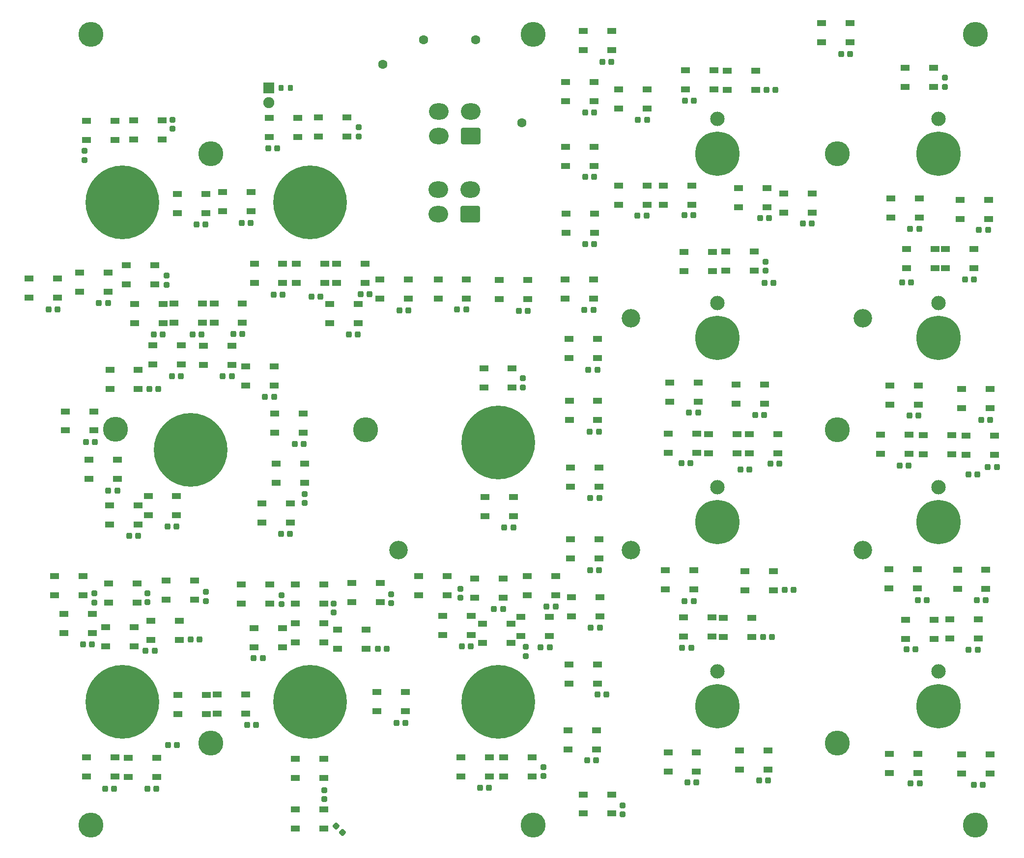
<source format=gbr>
%TF.GenerationSoftware,KiCad,Pcbnew,7.0.2*%
%TF.CreationDate,2023-05-01T02:39:06-08:00*%
%TF.ProjectId,COMM PANEL,434f4d4d-2050-4414-9e45-4c2e6b696361,4*%
%TF.SameCoordinates,Original*%
%TF.FileFunction,Soldermask,Top*%
%TF.FilePolarity,Negative*%
%FSLAX46Y46*%
G04 Gerber Fmt 4.6, Leading zero omitted, Abs format (unit mm)*
G04 Created by KiCad (PCBNEW 7.0.2) date 2023-05-01 02:39:06*
%MOMM*%
%LPD*%
G01*
G04 APERTURE LIST*
G04 Aperture macros list*
%AMRoundRect*
0 Rectangle with rounded corners*
0 $1 Rounding radius*
0 $2 $3 $4 $5 $6 $7 $8 $9 X,Y pos of 4 corners*
0 Add a 4 corners polygon primitive as box body*
4,1,4,$2,$3,$4,$5,$6,$7,$8,$9,$2,$3,0*
0 Add four circle primitives for the rounded corners*
1,1,$1+$1,$2,$3*
1,1,$1+$1,$4,$5*
1,1,$1+$1,$6,$7*
1,1,$1+$1,$8,$9*
0 Add four rect primitives between the rounded corners*
20,1,$1+$1,$2,$3,$4,$5,0*
20,1,$1+$1,$4,$5,$6,$7,0*
20,1,$1+$1,$6,$7,$8,$9,0*
20,1,$1+$1,$8,$9,$2,$3,0*%
G04 Aperture macros list end*
%ADD10RoundRect,0.050000X-0.750000X-0.450000X0.750000X-0.450000X0.750000X0.450000X-0.750000X0.450000X0*%
%ADD11RoundRect,0.275000X-0.225000X-0.250000X0.225000X-0.250000X0.225000X0.250000X-0.225000X0.250000X0*%
%ADD12RoundRect,0.275000X-0.250000X0.225000X-0.250000X-0.225000X0.250000X-0.225000X0.250000X0.225000X0*%
%ADD13RoundRect,0.275000X0.250000X-0.225000X0.250000X0.225000X-0.250000X0.225000X-0.250000X-0.225000X0*%
%ADD14RoundRect,0.275000X0.225000X0.250000X-0.225000X0.250000X-0.225000X-0.250000X0.225000X-0.250000X0*%
%ADD15RoundRect,0.275000X0.335876X0.017678X0.017678X0.335876X-0.335876X-0.017678X-0.017678X-0.335876X0*%
%ADD16RoundRect,0.250000X0.200000X0.275000X-0.200000X0.275000X-0.200000X-0.275000X0.200000X-0.275000X0*%
%ADD17C,12.700000*%
%ADD18C,7.640752*%
%ADD19C,2.481250*%
%ADD20C,1.600000*%
%ADD21RoundRect,0.300001X1.399999X-1.099999X1.399999X1.099999X-1.399999X1.099999X-1.399999X-1.099999X0*%
%ADD22O,3.400000X2.800000*%
%ADD23RoundRect,0.050000X-0.900000X0.900000X-0.900000X-0.900000X0.900000X-0.900000X0.900000X0.900000X0*%
%ADD24C,1.900000*%
%ADD25C,4.300000*%
%ADD26C,3.200000*%
G04 APERTURE END LIST*
D10*
%TO.C,D2*%
X76227600Y-35967600D03*
X76227600Y-39267600D03*
X81127600Y-39267600D03*
X81127600Y-35967600D03*
%TD*%
%TO.C,D3*%
X84328000Y-35916800D03*
X84328000Y-39216800D03*
X89228000Y-39216800D03*
X89228000Y-35916800D03*
%TD*%
%TO.C,D4*%
X107696000Y-35459200D03*
X107696000Y-38759200D03*
X112596000Y-38759200D03*
X112596000Y-35459200D03*
%TD*%
%TO.C,D5*%
X116207000Y-35408800D03*
X116207000Y-38708800D03*
X121107000Y-38708800D03*
X121107000Y-35408800D03*
%TD*%
%TO.C,D6*%
X91874000Y-48616400D03*
X91874000Y-51916400D03*
X96774000Y-51916400D03*
X96774000Y-48616400D03*
%TD*%
%TO.C,D7*%
X99646000Y-48260800D03*
X99646000Y-51560800D03*
X104546000Y-51560800D03*
X104546000Y-48260800D03*
%TD*%
%TO.C,D8*%
X66321600Y-63145200D03*
X66321600Y-66445200D03*
X71221600Y-66445200D03*
X71221600Y-63145200D03*
%TD*%
%TO.C,D9*%
X75031600Y-62129600D03*
X75031600Y-65429600D03*
X79931600Y-65429600D03*
X79931600Y-62129600D03*
%TD*%
%TO.C,D10*%
X83058000Y-60910000D03*
X83058000Y-64210000D03*
X87958000Y-64210000D03*
X87958000Y-60910000D03*
%TD*%
%TO.C,D11*%
X105144000Y-60580000D03*
X105144000Y-63880000D03*
X110044000Y-63880000D03*
X110044000Y-60580000D03*
%TD*%
%TO.C,D12*%
X112370000Y-60605200D03*
X112370000Y-63905200D03*
X117270000Y-63905200D03*
X117270000Y-60605200D03*
%TD*%
%TO.C,D13*%
X119350000Y-60620000D03*
X119350000Y-63920000D03*
X124250000Y-63920000D03*
X124250000Y-60620000D03*
%TD*%
%TO.C,D15*%
X126797000Y-63348400D03*
X126797000Y-66648400D03*
X131697000Y-66648400D03*
X131697000Y-63348400D03*
%TD*%
%TO.C,D16*%
X136804000Y-63297600D03*
X136804000Y-66597600D03*
X141704000Y-66597600D03*
X141704000Y-63297600D03*
%TD*%
%TO.C,D17*%
X147359000Y-63424800D03*
X147359000Y-66724800D03*
X152259000Y-66724800D03*
X152259000Y-63424800D03*
%TD*%
%TO.C,D18*%
X84558800Y-67564800D03*
X84558800Y-70864800D03*
X89458800Y-70864800D03*
X89458800Y-67564800D03*
%TD*%
%TO.C,D20*%
X98196000Y-67514000D03*
X98196000Y-70814000D03*
X103096000Y-70814000D03*
X103096000Y-67514000D03*
%TD*%
%TO.C,D21*%
X87630000Y-74676800D03*
X87630000Y-77976800D03*
X92530000Y-77976800D03*
X92530000Y-74676800D03*
%TD*%
%TO.C,D22*%
X96367600Y-74778800D03*
X96367600Y-78078800D03*
X101267600Y-78078800D03*
X101267600Y-74778800D03*
%TD*%
%TO.C,D23*%
X103683000Y-78283600D03*
X103683000Y-81583600D03*
X108583000Y-81583600D03*
X108583000Y-78283600D03*
%TD*%
%TO.C,D24*%
X108661000Y-86411600D03*
X108661000Y-89711600D03*
X113561000Y-89711600D03*
X113561000Y-86411600D03*
%TD*%
%TO.C,D25*%
X108915000Y-95098400D03*
X108915000Y-98398400D03*
X113815000Y-98398400D03*
X113815000Y-95098400D03*
%TD*%
%TO.C,D26*%
X106426000Y-101956000D03*
X106426000Y-105256000D03*
X111326000Y-105256000D03*
X111326000Y-101956000D03*
%TD*%
%TO.C,D27*%
X86856400Y-100661000D03*
X86856400Y-103961000D03*
X91756400Y-103961000D03*
X91756400Y-100661000D03*
%TD*%
%TO.C,D28*%
X80240800Y-102261000D03*
X80240800Y-105561000D03*
X85140800Y-105561000D03*
X85140800Y-102261000D03*
%TD*%
%TO.C,D29*%
X76634000Y-94438400D03*
X76634000Y-97738400D03*
X81534000Y-97738400D03*
X81534000Y-94438400D03*
%TD*%
%TO.C,D30*%
X72600000Y-86060000D03*
X72600000Y-89360000D03*
X77500000Y-89360000D03*
X77500000Y-86060000D03*
%TD*%
%TO.C,D31*%
X80252400Y-78918800D03*
X80252400Y-82218800D03*
X85152400Y-82218800D03*
X85152400Y-78918800D03*
%TD*%
%TO.C,D32*%
X144678000Y-78690000D03*
X144678000Y-81990000D03*
X149578000Y-81990000D03*
X149578000Y-78690000D03*
%TD*%
%TO.C,D33*%
X144870000Y-100814000D03*
X144870000Y-104114000D03*
X149770000Y-104114000D03*
X149770000Y-100814000D03*
%TD*%
%TO.C,D34*%
X70741200Y-114453000D03*
X70741200Y-117753000D03*
X75641200Y-117753000D03*
X75641200Y-114453000D03*
%TD*%
%TO.C,D35*%
X80060800Y-115774000D03*
X80060800Y-119074000D03*
X84960800Y-119074000D03*
X84960800Y-115774000D03*
%TD*%
%TO.C,D36*%
X89943600Y-115266000D03*
X89943600Y-118566000D03*
X94843600Y-118566000D03*
X94843600Y-115266000D03*
%TD*%
%TO.C,D38*%
X112217000Y-115926000D03*
X112217000Y-119226000D03*
X117117000Y-119226000D03*
X117117000Y-115926000D03*
%TD*%
%TO.C,D39*%
X121948000Y-115672000D03*
X121948000Y-118972000D03*
X126848000Y-118972000D03*
X126848000Y-115672000D03*
%TD*%
%TO.C,D40*%
X133491000Y-114479000D03*
X133491000Y-117779000D03*
X138391000Y-117779000D03*
X138391000Y-114479000D03*
%TD*%
%TO.C,D41*%
X143080000Y-114860000D03*
X143080000Y-118160000D03*
X147980000Y-118160000D03*
X147980000Y-114860000D03*
%TD*%
%TO.C,D42*%
X152174000Y-114504000D03*
X152174000Y-117804000D03*
X157074000Y-117804000D03*
X157074000Y-114504000D03*
%TD*%
%TO.C,D43*%
X72339200Y-120956000D03*
X72339200Y-124256000D03*
X77239200Y-124256000D03*
X77239200Y-120956000D03*
%TD*%
%TO.C,D44*%
X79502000Y-123242000D03*
X79502000Y-126542000D03*
X84402000Y-126542000D03*
X84402000Y-123242000D03*
%TD*%
%TO.C,D47*%
X112217000Y-122632000D03*
X112217000Y-125932000D03*
X117117000Y-125932000D03*
X117117000Y-122632000D03*
%TD*%
%TO.C,D48*%
X119482000Y-123699000D03*
X119482000Y-126999000D03*
X124382000Y-126999000D03*
X124382000Y-123699000D03*
%TD*%
%TO.C,D49*%
X137617000Y-121311000D03*
X137617000Y-124611000D03*
X142517000Y-124611000D03*
X142517000Y-121311000D03*
%TD*%
%TO.C,D50*%
X144475000Y-122683000D03*
X144475000Y-125983000D03*
X149375000Y-125983000D03*
X149375000Y-122683000D03*
%TD*%
%TO.C,D51*%
X151079000Y-121514000D03*
X151079000Y-124814000D03*
X155979000Y-124814000D03*
X155979000Y-121514000D03*
%TD*%
%TO.C,D52*%
X91998800Y-134926000D03*
X91998800Y-138226000D03*
X96898800Y-138226000D03*
X96898800Y-134926000D03*
%TD*%
%TO.C,D54*%
X126289000Y-134468000D03*
X126289000Y-137768000D03*
X131189000Y-137768000D03*
X131189000Y-134468000D03*
%TD*%
%TO.C,D55*%
X76200000Y-145746000D03*
X76200000Y-149046000D03*
X81100000Y-149046000D03*
X81100000Y-145746000D03*
%TD*%
%TO.C,D56*%
X83413600Y-145797000D03*
X83413600Y-149097000D03*
X88313600Y-149097000D03*
X88313600Y-145797000D03*
%TD*%
%TO.C,D57*%
X112206000Y-145975000D03*
X112206000Y-149275000D03*
X117106000Y-149275000D03*
X117106000Y-145975000D03*
%TD*%
%TO.C,D58*%
X112206000Y-154712000D03*
X112206000Y-158012000D03*
X117106000Y-158012000D03*
X117106000Y-154712000D03*
%TD*%
%TO.C,D59*%
X140716000Y-145695000D03*
X140716000Y-148995000D03*
X145616000Y-148995000D03*
X145616000Y-145695000D03*
%TD*%
%TO.C,D60*%
X148082000Y-145695000D03*
X148082000Y-148995000D03*
X152982000Y-148995000D03*
X152982000Y-145695000D03*
%TD*%
%TO.C,D61*%
X161826000Y-20524000D03*
X161826000Y-23824000D03*
X166726000Y-23824000D03*
X166726000Y-20524000D03*
%TD*%
%TO.C,D62*%
X158778000Y-29261600D03*
X158778000Y-32561600D03*
X163678000Y-32561600D03*
X163678000Y-29261600D03*
%TD*%
%TO.C,D63*%
X158801000Y-40437600D03*
X158801000Y-43737600D03*
X163701000Y-43737600D03*
X163701000Y-40437600D03*
%TD*%
%TO.C,D64*%
X158828000Y-51969200D03*
X158828000Y-55269200D03*
X163728000Y-55269200D03*
X163728000Y-51969200D03*
%TD*%
%TO.C,D65*%
X158727000Y-63348400D03*
X158727000Y-66648400D03*
X163627000Y-66648400D03*
X163627000Y-63348400D03*
%TD*%
%TO.C,D66*%
X159387000Y-73610000D03*
X159387000Y-76910000D03*
X164287000Y-76910000D03*
X164287000Y-73610000D03*
%TD*%
%TO.C,D67*%
X159410000Y-84278400D03*
X159410000Y-87578400D03*
X164310000Y-87578400D03*
X164310000Y-84278400D03*
%TD*%
%TO.C,D69*%
X159641000Y-108154000D03*
X159641000Y-111454000D03*
X164541000Y-111454000D03*
X164541000Y-108154000D03*
%TD*%
%TO.C,D70*%
X159794000Y-118111000D03*
X159794000Y-121411000D03*
X164694000Y-121411000D03*
X164694000Y-118111000D03*
%TD*%
%TO.C,D71*%
X159336000Y-129744000D03*
X159336000Y-133044000D03*
X164236000Y-133044000D03*
X164236000Y-129744000D03*
%TD*%
%TO.C,D72*%
X159184000Y-141022000D03*
X159184000Y-144322000D03*
X164084000Y-144322000D03*
X164084000Y-141022000D03*
%TD*%
%TO.C,D74*%
X176428000Y-144832000D03*
X176428000Y-148132000D03*
X181328000Y-148132000D03*
X181328000Y-144832000D03*
%TD*%
%TO.C,D75*%
X188750000Y-144527000D03*
X188750000Y-147827000D03*
X193650000Y-147827000D03*
X193650000Y-144527000D03*
%TD*%
%TO.C,D76*%
X214607000Y-145086000D03*
X214607000Y-148386000D03*
X219507000Y-148386000D03*
X219507000Y-145086000D03*
%TD*%
%TO.C,D77*%
X227053000Y-145187000D03*
X227053000Y-148487000D03*
X231953000Y-148487000D03*
X231953000Y-145187000D03*
%TD*%
%TO.C,D78*%
X179121000Y-121566000D03*
X179121000Y-124866000D03*
X184021000Y-124866000D03*
X184021000Y-121566000D03*
%TD*%
%TO.C,D79*%
X185979000Y-121667000D03*
X185979000Y-124967000D03*
X190879000Y-124967000D03*
X190879000Y-121667000D03*
%TD*%
%TO.C,D80*%
X217362000Y-121997000D03*
X217362000Y-125297000D03*
X222262000Y-125297000D03*
X222262000Y-121997000D03*
%TD*%
%TO.C,D81*%
X224982000Y-121946000D03*
X224982000Y-125246000D03*
X229882000Y-125246000D03*
X229882000Y-121946000D03*
%TD*%
%TO.C,D82*%
X175948000Y-113488000D03*
X175948000Y-116788000D03*
X180848000Y-116788000D03*
X180848000Y-113488000D03*
%TD*%
%TO.C,D83*%
X189664000Y-113590000D03*
X189664000Y-116890000D03*
X194564000Y-116890000D03*
X194564000Y-113590000D03*
%TD*%
%TO.C,D84*%
X214517000Y-113310000D03*
X214517000Y-116610000D03*
X219417000Y-116610000D03*
X219417000Y-113310000D03*
%TD*%
%TO.C,D85*%
X226302000Y-113361000D03*
X226302000Y-116661000D03*
X231202000Y-116661000D03*
X231202000Y-113361000D03*
%TD*%
%TO.C,D86*%
X176456000Y-89916800D03*
X176456000Y-93216800D03*
X181356000Y-93216800D03*
X181356000Y-89916800D03*
%TD*%
%TO.C,D87*%
X183416000Y-89968000D03*
X183416000Y-93268000D03*
X188316000Y-93268000D03*
X188316000Y-89968000D03*
%TD*%
%TO.C,D88*%
X190477000Y-89967600D03*
X190477000Y-93267600D03*
X195377000Y-93267600D03*
X195377000Y-89967600D03*
%TD*%
%TO.C,D89*%
X213032000Y-90120400D03*
X213032000Y-93420400D03*
X217932000Y-93420400D03*
X217932000Y-90120400D03*
%TD*%
%TO.C,D91*%
X227815000Y-90272400D03*
X227815000Y-93572400D03*
X232715000Y-93572400D03*
X232715000Y-90272400D03*
%TD*%
%TO.C,D92*%
X176761000Y-81078000D03*
X176761000Y-84378000D03*
X181661000Y-84378000D03*
X181661000Y-81078000D03*
%TD*%
%TO.C,D93*%
X188140000Y-81484400D03*
X188140000Y-84784400D03*
X193040000Y-84784400D03*
X193040000Y-81484400D03*
%TD*%
%TO.C,D94*%
X214681000Y-81636800D03*
X214681000Y-84936800D03*
X219581000Y-84936800D03*
X219581000Y-81636800D03*
%TD*%
%TO.C,D95*%
X227053000Y-82246400D03*
X227053000Y-85546400D03*
X231953000Y-85546400D03*
X231953000Y-82246400D03*
%TD*%
%TO.C,D96*%
X179199000Y-58573600D03*
X179199000Y-61873600D03*
X184099000Y-61873600D03*
X184099000Y-58573600D03*
%TD*%
%TO.C,D97*%
X186413000Y-58522800D03*
X186413000Y-61822800D03*
X191313000Y-61822800D03*
X191313000Y-58522800D03*
%TD*%
%TO.C,D99*%
X224208000Y-58065200D03*
X224208000Y-61365200D03*
X229108000Y-61365200D03*
X229108000Y-58065200D03*
%TD*%
%TO.C,D100*%
X167894000Y-47194000D03*
X167894000Y-50494000D03*
X172794000Y-50494000D03*
X172794000Y-47194000D03*
%TD*%
%TO.C,D101*%
X175610000Y-47180000D03*
X175610000Y-50480000D03*
X180510000Y-50480000D03*
X180510000Y-47180000D03*
%TD*%
%TO.C,D102*%
X188560000Y-47610000D03*
X188560000Y-50910000D03*
X193460000Y-50910000D03*
X193460000Y-47610000D03*
%TD*%
%TO.C,D103*%
X196340000Y-48500000D03*
X196340000Y-51800000D03*
X201240000Y-51800000D03*
X201240000Y-48500000D03*
%TD*%
%TO.C,D104*%
X214833000Y-49327600D03*
X214833000Y-52627600D03*
X219733000Y-52627600D03*
X219733000Y-49327600D03*
%TD*%
%TO.C,D105*%
X226748000Y-49582000D03*
X226748000Y-52882000D03*
X231648000Y-52882000D03*
X231648000Y-49582000D03*
%TD*%
%TO.C,D106*%
X167922000Y-30582400D03*
X167922000Y-33882400D03*
X172822000Y-33882400D03*
X172822000Y-30582400D03*
%TD*%
%TO.C,D107*%
X179402000Y-27230000D03*
X179402000Y-30530000D03*
X184302000Y-30530000D03*
X184302000Y-27230000D03*
%TD*%
%TO.C,D108*%
X186616000Y-27382400D03*
X186616000Y-30682400D03*
X191516000Y-30682400D03*
X191516000Y-27382400D03*
%TD*%
%TO.C,D109*%
X217248000Y-26874400D03*
X217248000Y-30174400D03*
X222148000Y-30174400D03*
X222148000Y-26874400D03*
%TD*%
%TO.C,D110*%
X202923000Y-19152400D03*
X202923000Y-22452400D03*
X207823000Y-22452400D03*
X207823000Y-19152400D03*
%TD*%
D11*
%TO.C,C4*%
X107562500Y-40700000D03*
X109112500Y-40700000D03*
%TD*%
D12*
%TO.C,C5*%
X123100000Y-37112500D03*
X123100000Y-38662500D03*
%TD*%
D11*
%TO.C,C6*%
X95162500Y-53875000D03*
X96712500Y-53875000D03*
%TD*%
%TO.C,C7*%
X102962500Y-53600000D03*
X104512500Y-53600000D03*
%TD*%
%TO.C,C8*%
X69662500Y-68500000D03*
X71212500Y-68500000D03*
%TD*%
%TO.C,C9*%
X78362500Y-67375000D03*
X79912500Y-67375000D03*
%TD*%
D12*
%TO.C,C10*%
X90050000Y-62687500D03*
X90050000Y-64237500D03*
%TD*%
D11*
%TO.C,C11*%
X108442500Y-65990000D03*
X109992500Y-65990000D03*
%TD*%
%TO.C,C12*%
X114975000Y-66250000D03*
X116525000Y-66250000D03*
%TD*%
%TO.C,C15*%
X130147500Y-68640000D03*
X131697500Y-68640000D03*
%TD*%
%TO.C,C16*%
X140097500Y-68520000D03*
X141647500Y-68520000D03*
%TD*%
%TO.C,C17*%
X150687500Y-68710000D03*
X152237500Y-68710000D03*
%TD*%
%TO.C,C18*%
X87787500Y-72775000D03*
X89337500Y-72775000D03*
%TD*%
%TO.C,C19*%
X94487500Y-72775000D03*
X96037500Y-72775000D03*
%TD*%
%TO.C,C20*%
X101537500Y-72750000D03*
X103087500Y-72750000D03*
%TD*%
%TO.C,C21*%
X90937500Y-80025000D03*
X92487500Y-80025000D03*
%TD*%
%TO.C,C22*%
X99712500Y-80025000D03*
X101262500Y-80025000D03*
%TD*%
%TO.C,C23*%
X106975000Y-83525000D03*
X108525000Y-83525000D03*
%TD*%
%TO.C,C24*%
X112087500Y-91670000D03*
X113637500Y-91670000D03*
%TD*%
D13*
%TO.C,C25*%
X113825000Y-101862500D03*
X113825000Y-100312500D03*
%TD*%
D11*
%TO.C,C26*%
X109762500Y-107200000D03*
X111312500Y-107200000D03*
%TD*%
%TO.C,C27*%
X90187500Y-105925000D03*
X91737500Y-105925000D03*
%TD*%
%TO.C,C28*%
X83562500Y-107500000D03*
X85112500Y-107500000D03*
%TD*%
%TO.C,C29*%
X79987500Y-99700000D03*
X81537500Y-99700000D03*
%TD*%
D14*
%TO.C,C31*%
X88587500Y-82200000D03*
X87037500Y-82200000D03*
%TD*%
D12*
%TO.C,C32*%
X151440000Y-80362500D03*
X151440000Y-81912500D03*
%TD*%
D11*
%TO.C,C33*%
X148217500Y-106100000D03*
X149767500Y-106100000D03*
%TD*%
D13*
%TO.C,C34*%
X77550000Y-119012500D03*
X77550000Y-117462500D03*
%TD*%
D12*
%TO.C,C35*%
X86750000Y-117437500D03*
X86750000Y-118987500D03*
%TD*%
%TO.C,C36*%
X96799400Y-117192800D03*
X96799400Y-118742800D03*
%TD*%
%TO.C,C37*%
X109800000Y-117762500D03*
X109800000Y-119312500D03*
%TD*%
D13*
%TO.C,C38*%
X118833900Y-120726600D03*
X118833900Y-119176600D03*
%TD*%
D12*
%TO.C,C39*%
X128701800Y-117599200D03*
X128701800Y-119149200D03*
%TD*%
%TO.C,C40*%
X140625000Y-116637500D03*
X140625000Y-118187500D03*
%TD*%
D11*
%TO.C,C41*%
X146437500Y-120150000D03*
X147987500Y-120150000D03*
%TD*%
%TO.C,C42*%
X155487500Y-119675000D03*
X157037500Y-119675000D03*
%TD*%
%TO.C,C43*%
X75612500Y-126200000D03*
X77162500Y-126200000D03*
%TD*%
D14*
%TO.C,C45*%
X95687500Y-125425000D03*
X94137500Y-125425000D03*
%TD*%
D11*
%TO.C,C46*%
X105036360Y-128640840D03*
X106586360Y-128640840D03*
%TD*%
D14*
%TO.C,C47*%
X127962500Y-126975000D03*
X126412500Y-126975000D03*
%TD*%
D11*
%TO.C,C48*%
X140897500Y-126600000D03*
X142447500Y-126600000D03*
%TD*%
D13*
%TO.C,C49*%
X151930000Y-128247500D03*
X151930000Y-126697500D03*
%TD*%
D11*
%TO.C,C51*%
X90255000Y-143550000D03*
X91805000Y-143550000D03*
%TD*%
D14*
%TO.C,C52*%
X105423000Y-140081000D03*
X103873000Y-140081000D03*
%TD*%
D11*
%TO.C,C53*%
X129637500Y-139775000D03*
X131187500Y-139775000D03*
%TD*%
%TO.C,C54*%
X79417500Y-151090000D03*
X80967500Y-151090000D03*
%TD*%
%TO.C,C55*%
X86705000Y-151090000D03*
X88255000Y-151090000D03*
%TD*%
D13*
%TO.C,C56*%
X117221000Y-152895500D03*
X117221000Y-151345500D03*
%TD*%
D15*
%TO.C,C57*%
X120352188Y-158657928D03*
X119256172Y-157561912D03*
%TD*%
D11*
%TO.C,C58*%
X144037500Y-150975000D03*
X145587500Y-150975000D03*
%TD*%
D12*
%TO.C,C59*%
X155000000Y-147362500D03*
X155000000Y-148912500D03*
%TD*%
D11*
%TO.C,C60*%
X165097500Y-25790000D03*
X166647500Y-25790000D03*
%TD*%
%TO.C,C61*%
X162117500Y-34540000D03*
X163667500Y-34540000D03*
%TD*%
%TO.C,C62*%
X162117500Y-45650000D03*
X163667500Y-45650000D03*
%TD*%
%TO.C,C63*%
X162167500Y-57250000D03*
X163717500Y-57250000D03*
%TD*%
%TO.C,C64*%
X162027500Y-68610000D03*
X163577500Y-68610000D03*
%TD*%
%TO.C,C65*%
X162707500Y-78880000D03*
X164257500Y-78880000D03*
%TD*%
%TO.C,C66*%
X162955000Y-89600000D03*
X164505000Y-89600000D03*
%TD*%
%TO.C,C67*%
X163027500Y-101000000D03*
X164577500Y-101000000D03*
%TD*%
%TO.C,C68*%
X163012500Y-113425000D03*
X164562500Y-113425000D03*
%TD*%
%TO.C,C69*%
X163125000Y-123375000D03*
X164675000Y-123375000D03*
%TD*%
D14*
%TO.C,C70*%
X165812500Y-134900000D03*
X164262500Y-134900000D03*
%TD*%
D11*
%TO.C,C73*%
X179737500Y-150025000D03*
X181287500Y-150025000D03*
%TD*%
%TO.C,C74*%
X192087500Y-149725000D03*
X193637500Y-149725000D03*
%TD*%
%TO.C,C76*%
X229112500Y-150460000D03*
X230662500Y-150460000D03*
%TD*%
%TO.C,C77*%
X178862500Y-126800000D03*
X180412500Y-126800000D03*
%TD*%
D14*
%TO.C,C78*%
X194337500Y-124975000D03*
X192787500Y-124975000D03*
%TD*%
D11*
%TO.C,C79*%
X217532960Y-127093980D03*
X219082960Y-127093980D03*
%TD*%
%TO.C,C80*%
X228232500Y-127160000D03*
X229782500Y-127160000D03*
%TD*%
%TO.C,C81*%
X179287500Y-118760000D03*
X180837500Y-118760000D03*
%TD*%
D14*
%TO.C,C82*%
X198062500Y-116875000D03*
X196512500Y-116875000D03*
%TD*%
%TO.C,C83*%
X220997500Y-118600000D03*
X219447500Y-118600000D03*
%TD*%
D11*
%TO.C,C50*%
X154487500Y-126750000D03*
X156037500Y-126750000D03*
%TD*%
%TO.C,C71*%
X162462500Y-146175000D03*
X164012500Y-146175000D03*
%TD*%
%TO.C,C75*%
X218225000Y-150164800D03*
X219775000Y-150164800D03*
%TD*%
D12*
%TO.C,C3*%
X91050000Y-35787500D03*
X91050000Y-37337500D03*
%TD*%
D10*
%TO.C,D19*%
X91326800Y-67488800D03*
X91326800Y-70788800D03*
X96226800Y-70788800D03*
X96226800Y-67488800D03*
%TD*%
%TO.C,D37*%
X102870000Y-115876000D03*
X102870000Y-119176000D03*
X107770000Y-119176000D03*
X107770000Y-115876000D03*
%TD*%
D14*
%TO.C,C44*%
X87962500Y-127375000D03*
X86412500Y-127375000D03*
%TD*%
D10*
%TO.C,D45*%
X87325200Y-122175000D03*
X87325200Y-125475000D03*
X92225200Y-125475000D03*
X92225200Y-122175000D03*
%TD*%
%TO.C,D46*%
X105125000Y-123450000D03*
X105125000Y-126750000D03*
X110025000Y-126750000D03*
X110025000Y-123450000D03*
%TD*%
%TO.C,D53*%
X98755000Y-134875000D03*
X98755000Y-138175000D03*
X103655000Y-138175000D03*
X103655000Y-134875000D03*
%TD*%
%TO.C,D68*%
X159614000Y-95758800D03*
X159614000Y-99058800D03*
X164514000Y-99058800D03*
X164514000Y-95758800D03*
%TD*%
%TO.C,D73*%
X161850000Y-152100000D03*
X161850000Y-155400000D03*
X166750000Y-155400000D03*
X166750000Y-152100000D03*
%TD*%
D14*
%TO.C,C107*%
X194962500Y-30660000D03*
X193412500Y-30660000D03*
%TD*%
D11*
%TO.C,C106*%
X179317500Y-32480000D03*
X180867500Y-32480000D03*
%TD*%
%TO.C,C101*%
X192274000Y-52754000D03*
X193824000Y-52754000D03*
%TD*%
D14*
%TO.C,C95*%
X194602500Y-63910000D03*
X193052500Y-63910000D03*
%TD*%
D11*
%TO.C,C86*%
X188905000Y-96100000D03*
X190455000Y-96100000D03*
%TD*%
%TO.C,C93*%
X218032500Y-86820000D03*
X219582500Y-86820000D03*
%TD*%
%TO.C,C89*%
X228205000Y-96900000D03*
X229755000Y-96900000D03*
%TD*%
%TO.C,C102*%
X199676500Y-53678400D03*
X201226500Y-53678400D03*
%TD*%
%TO.C,C98*%
X227587500Y-63300000D03*
X229137500Y-63300000D03*
%TD*%
%TO.C,C88*%
X216317500Y-95390000D03*
X217867500Y-95390000D03*
%TD*%
%TO.C,C91*%
X180057500Y-86290000D03*
X181607500Y-86290000D03*
%TD*%
D12*
%TO.C,C72*%
X168550000Y-154005000D03*
X168550000Y-155555000D03*
%TD*%
D11*
%TO.C,C97*%
X216725000Y-63800000D03*
X218275000Y-63800000D03*
%TD*%
%TO.C,C99*%
X171152500Y-52340000D03*
X172702500Y-52340000D03*
%TD*%
%TO.C,C94*%
X230367500Y-87510000D03*
X231917500Y-87510000D03*
%TD*%
%TO.C,C84*%
X229607500Y-118620000D03*
X231157500Y-118620000D03*
%TD*%
%TO.C,C85*%
X178725000Y-94950000D03*
X180275000Y-94950000D03*
%TD*%
%TO.C,C14*%
X121445000Y-72820000D03*
X122995000Y-72820000D03*
%TD*%
D12*
%TO.C,C96*%
X193260000Y-60242500D03*
X193260000Y-61792500D03*
%TD*%
D11*
%TO.C,C109*%
X206247500Y-24450000D03*
X207797500Y-24450000D03*
%TD*%
%TO.C,C100*%
X179249500Y-52238800D03*
X180799500Y-52238800D03*
%TD*%
%TO.C,C92*%
X191467500Y-86680000D03*
X193017500Y-86680000D03*
%TD*%
%TO.C,C103*%
X218157500Y-54580000D03*
X219707500Y-54580000D03*
%TD*%
%TO.C,C104*%
X229992500Y-54800000D03*
X231542500Y-54800000D03*
%TD*%
%TO.C,C105*%
X171237500Y-35810000D03*
X172787500Y-35810000D03*
%TD*%
D12*
%TO.C,C108*%
X224140000Y-28562500D03*
X224140000Y-30112500D03*
%TD*%
D11*
%TO.C,C87*%
X194075000Y-95100000D03*
X195625000Y-95100000D03*
%TD*%
%TO.C,C13*%
X123475000Y-65850000D03*
X125025000Y-65850000D03*
%TD*%
D10*
%TO.C,D14*%
X118100000Y-67550000D03*
X118100000Y-70850000D03*
X123000000Y-70850000D03*
X123000000Y-67550000D03*
%TD*%
%TO.C,D90*%
X220410000Y-90196400D03*
X220410000Y-93496400D03*
X225310000Y-93496400D03*
X225310000Y-90196400D03*
%TD*%
D11*
%TO.C,C90*%
X231537500Y-95660000D03*
X233087500Y-95660000D03*
%TD*%
D10*
%TO.C,D98*%
X217502000Y-58116400D03*
X217502000Y-61416400D03*
X222402000Y-61416400D03*
X222402000Y-58116400D03*
%TD*%
D11*
%TO.C,C30*%
X76135000Y-91360000D03*
X77685000Y-91360000D03*
%TD*%
D16*
%TO.C,R1*%
X111387500Y-30325000D03*
X109737500Y-30325000D03*
%TD*%
D13*
%TO.C,C2*%
X75900000Y-42712500D03*
X75900000Y-41162500D03*
%TD*%
D17*
%TO.C,SW1*%
X82379570Y-50011622D03*
%TD*%
%TO.C,SW2*%
X114764570Y-50011622D03*
%TD*%
%TO.C,SW4*%
X147149570Y-91413622D03*
%TD*%
%TO.C,SW5*%
X82379570Y-136117622D03*
%TD*%
%TO.C,SW6*%
X114764570Y-136117622D03*
%TD*%
%TO.C,SW7*%
X147149570Y-136117622D03*
%TD*%
D18*
%TO.C,VR7*%
X184919370Y-136879622D03*
D19*
X184919370Y-130879622D03*
%TD*%
D18*
%TO.C,VR8*%
X223019370Y-136879622D03*
D19*
X223019370Y-130879622D03*
%TD*%
D18*
%TO.C,VR5*%
X184919370Y-105129622D03*
D19*
X184919370Y-99129622D03*
%TD*%
D18*
%TO.C,VR6*%
X223019370Y-105129622D03*
D19*
X223019370Y-99129622D03*
%TD*%
D18*
%TO.C,VR3*%
X184919370Y-73379622D03*
D19*
X184919370Y-67379622D03*
%TD*%
D18*
%TO.C,VR4*%
X223019370Y-73379622D03*
D19*
X223019370Y-67379622D03*
%TD*%
D18*
%TO.C,VR1*%
X184919370Y-41629622D03*
D19*
X184919370Y-35629622D03*
%TD*%
D18*
%TO.C,VR2*%
X223019370Y-41629622D03*
D19*
X223019370Y-35629622D03*
%TD*%
D17*
%TO.C,SW3*%
X94190570Y-92683622D03*
%TD*%
D20*
%TO.C,TP4*%
X151270000Y-36340000D03*
%TD*%
%TO.C,TP2*%
X134310000Y-22020000D03*
%TD*%
%TO.C,TP1*%
X143240000Y-22040000D03*
%TD*%
%TO.C,TP3*%
X127310000Y-26200000D03*
%TD*%
D21*
%TO.C,J1*%
X142443000Y-38608000D03*
D22*
X142443000Y-34408000D03*
X136943000Y-38608000D03*
X136943000Y-34408000D03*
%TD*%
D21*
%TO.C,J2*%
X142342000Y-52070000D03*
D22*
X142342000Y-47870000D03*
X136842000Y-52070000D03*
X136842000Y-47870000D03*
%TD*%
D23*
%TO.C,D1*%
X107600000Y-30285000D03*
D24*
X107600000Y-32825000D03*
%TD*%
D25*
%TO.C,H4*%
X97619570Y-41629622D03*
%TD*%
%TO.C,H6*%
X81178400Y-89154000D03*
%TD*%
%TO.C,H7*%
X124341608Y-89254622D03*
%TD*%
%TO.C,H10*%
X205569570Y-143229622D03*
%TD*%
%TO.C,H5*%
X205569570Y-41629622D03*
%TD*%
%TO.C,H8*%
X205569570Y-89254622D03*
%TD*%
%TO.C,H9*%
X97619570Y-143229622D03*
%TD*%
%TO.C,H2*%
X153182000Y-21119100D03*
%TD*%
D26*
%TO.C,H17*%
X170000000Y-110000000D03*
%TD*%
D25*
%TO.C,H11*%
X76982100Y-157390000D03*
%TD*%
%TO.C,H1*%
X76982100Y-21119100D03*
%TD*%
D26*
%TO.C,H14*%
X170000000Y-70000000D03*
%TD*%
%TO.C,H16*%
X130000000Y-110000000D03*
%TD*%
%TO.C,H15*%
X210000000Y-70000000D03*
%TD*%
D25*
%TO.C,H3*%
X229382000Y-21119100D03*
%TD*%
D26*
%TO.C,H18*%
X210000000Y-110000000D03*
%TD*%
D25*
%TO.C,H12*%
X153182000Y-157390000D03*
%TD*%
%TO.C,H13*%
X229382000Y-157390000D03*
%TD*%
M02*

</source>
